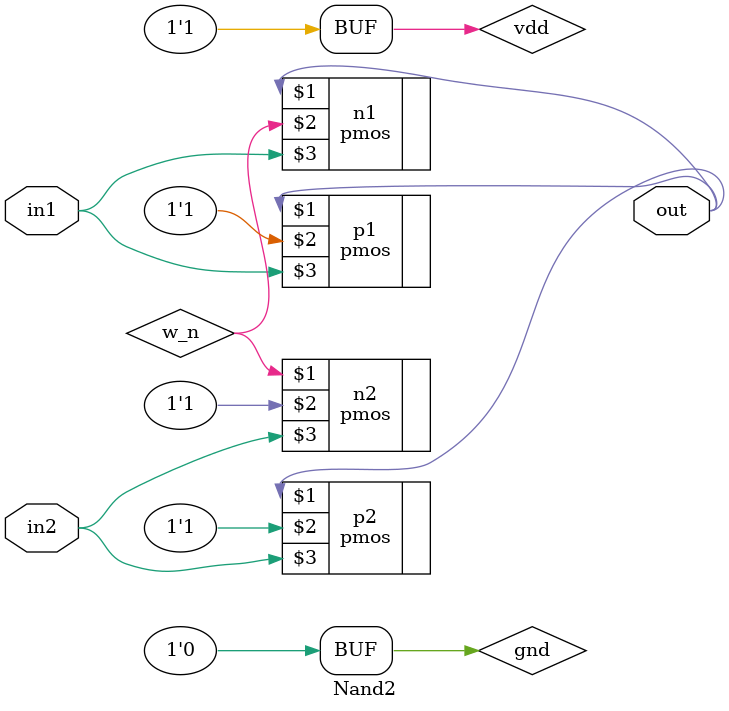
<source format=sv>
/*
 *
 *    ---------+-------------+------ vdd
 *             |             |
 *       +--o| p1      +--o| p2
 *       |     |       |     |
 *       |     +-------------+------ out
 *       |             |     |
 *  in1 -+-----------------| n1
 *                     |     |
 *  in2 ---------------+---| n2
 *                           |
 *                   --------+------ gnd
 *
 */

module Nand2 (
    input  wire in1,
    input  wire in2,
    output wire out
);

supply1 vdd;
supply0 gnd;

wire w_n; // connects 2 nmos transistors

// pmos drain source gate
pmos p1(out,  vdd,   in1);
pmos p2(out,  vdd,   in2);

// nmos drain source gate
pmos n1(out,  w_n,   in1);
pmos n2(w_n,  vdd,   in2);

endmodule

</source>
